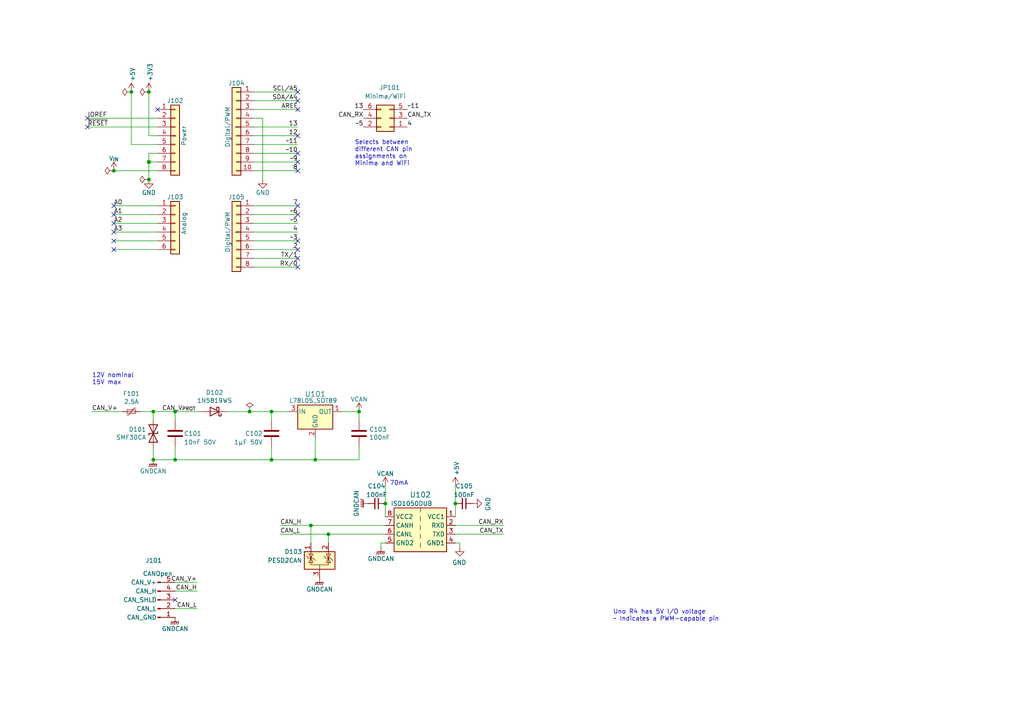
<source format=kicad_sch>
(kicad_sch (version 20230121) (generator eeschema)
  (paper "A4")
  (title_block (date "2023-10-29"))
  (lib_symbols
    (symbol "Connector_Generic:Conn_01x06" (pin_names (offset 1.016) hide)
      (property "Reference" "J" (at 0 7.62 0))
      (property "Value" "Conn_01x06" (at 0 -10.16 0))
      (symbol "Conn_01x06_1_1"
        (rectangle (start -1.27 -7.493) (end 0 -7.747) (stroke (width 0.1524)))
        (rectangle (start -1.27 -4.953) (end 0 -5.207) (stroke (width 0.1524)))
        (rectangle (start -1.27 -2.413) (end 0 -2.667) (stroke (width 0.1524)))
        (rectangle (start -1.27 0.127) (end 0 -0.127) (stroke (width 0.1524)))
        (rectangle (start -1.27 2.667) (end 0 2.413) (stroke (width 0.1524)))
        (rectangle (start -1.27 5.207) (end 0 4.953) (stroke (width 0.1524)))
        (rectangle (start -1.27 6.35) (end 1.27 -8.89) (stroke (width 0.254)) (fill (type background)))
        (pin passive line (at -5.08 5.08 0) (length 3.81) (name "Pin_1") (number "1"))
        (pin passive line (at -5.08 2.54 0) (length 3.81) (name "Pin_2") (number "2"))
        (pin passive line (at -5.08 0 0) (length 3.81) (name "Pin_3") (number "3"))
        (pin passive line (at -5.08 -2.54 0) (length 3.81) (name "Pin_4") (number "4"))
        (pin passive line (at -5.08 -5.08 0) (length 3.81) (name "Pin_5") (number "5"))
        (pin passive line (at -5.08 -7.62 0) (length 3.81) (name "Pin_6") (number "6"))
      )
    )
    (symbol "Connector_Generic:Conn_01x08" (pin_names (offset 1.016) hide)
      (property "Reference" "J" (at 0 10.16 0))
      (property "Value" "Conn_01x08" (at 0 -12.7 0))
      (symbol "Conn_01x08_1_1"
        (rectangle (start -1.27 -10.033) (end 0 -10.287) (stroke (width 0.1524)))
        (rectangle (start -1.27 -7.493) (end 0 -7.747) (stroke (width 0.1524)))
        (rectangle (start -1.27 -4.953) (end 0 -5.207) (stroke (width 0.1524)))
        (rectangle (start -1.27 -2.413) (end 0 -2.667) (stroke (width 0.1524)))
        (rectangle (start -1.27 0.127) (end 0 -0.127) (stroke (width 0.1524)))
        (rectangle (start -1.27 2.667) (end 0 2.413) (stroke (width 0.1524)))
        (rectangle (start -1.27 5.207) (end 0 4.953) (stroke (width 0.1524)))
        (rectangle (start -1.27 7.747) (end 0 7.493) (stroke (width 0.1524)))
        (rectangle (start -1.27 8.89) (end 1.27 -11.43) (stroke (width 0.254)) (fill (type background)))
        (pin passive line (at -5.08 7.62 0) (length 3.81) (name "Pin_1") (number "1"))
        (pin passive line (at -5.08 5.08 0) (length 3.81) (name "Pin_2") (number "2"))
        (pin passive line (at -5.08 2.54 0) (length 3.81) (name "Pin_3") (number "3"))
        (pin passive line (at -5.08 0 0) (length 3.81) (name "Pin_4") (number "4"))
        (pin passive line (at -5.08 -2.54 0) (length 3.81) (name "Pin_5") (number "5"))
        (pin passive line (at -5.08 -5.08 0) (length 3.81) (name "Pin_6") (number "6"))
        (pin passive line (at -5.08 -7.62 0) (length 3.81) (name "Pin_7") (number "7"))
        (pin passive line (at -5.08 -10.16 0) (length 3.81) (name "Pin_8") (number "8"))
      )
    )
    (symbol "Connector_Generic:Conn_01x10" (pin_names (offset 1.016) hide)
      (property "Reference" "J" (at 0 12.7 0))
      (property "Value" "Conn_01x10" (at 0 -15.24 0))
      (symbol "Conn_01x10_1_1"
        (rectangle (start -1.27 -12.573) (end 0 -12.827) (stroke (width 0.1524)))
        (rectangle (start -1.27 -10.033) (end 0 -10.287) (stroke (width 0.1524)))
        (rectangle (start -1.27 -7.493) (end 0 -7.747) (stroke (width 0.1524)))
        (rectangle (start -1.27 -4.953) (end 0 -5.207) (stroke (width 0.1524)))
        (rectangle (start -1.27 -2.413) (end 0 -2.667) (stroke (width 0.1524)))
        (rectangle (start -1.27 0.127) (end 0 -0.127) (stroke (width 0.1524)))
        (rectangle (start -1.27 2.667) (end 0 2.413) (stroke (width 0.1524)))
        (rectangle (start -1.27 5.207) (end 0 4.953) (stroke (width 0.1524)))
        (rectangle (start -1.27 7.747) (end 0 7.493) (stroke (width 0.1524)))
        (rectangle (start -1.27 10.287) (end 0 10.033) (stroke (width 0.1524)))
        (rectangle (start -1.27 11.43) (end 1.27 -13.97) (stroke (width 0.254)) (fill (type background)))
        (pin passive line (at -5.08 10.16 0) (length 3.81) (name "Pin_1") (number "1"))
        (pin passive line (at -5.08 -12.7 0) (length 3.81) (name "Pin_10") (number "10"))
        (pin passive line (at -5.08 7.62 0) (length 3.81) (name "Pin_2") (number "2"))
        (pin passive line (at -5.08 5.08 0) (length 3.81) (name "Pin_3") (number "3"))
        (pin passive line (at -5.08 2.54 0) (length 3.81) (name "Pin_4") (number "4"))
        (pin passive line (at -5.08 0 0) (length 3.81) (name "Pin_5") (number "5"))
        (pin passive line (at -5.08 -2.54 0) (length 3.81) (name "Pin_6") (number "6"))
        (pin passive line (at -5.08 -5.08 0) (length 3.81) (name "Pin_7") (number "7"))
        (pin passive line (at -5.08 -7.62 0) (length 3.81) (name "Pin_8") (number "8"))
        (pin passive line (at -5.08 -10.16 0) (length 3.81) (name "Pin_9") (number "9"))
      )
    )
    (symbol "Connector_Generic:Conn_02x03_Odd_Even" (pin_names (offset 1.016) hide)
      (property "Reference" "J" (at 1.27 5.08 0))
      (property "Value" "Conn_02x03_Odd_Even" (at 1.27 -5.08 0))
      (symbol "Conn_02x03_Odd_Even_1_1"
        (rectangle (start -1.27 -2.413) (end 0 -2.667) (stroke (width 0.1524)))
        (rectangle (start -1.27 0.127) (end 0 -0.127) (stroke (width 0.1524)))
        (rectangle (start -1.27 2.667) (end 0 2.413) (stroke (width 0.1524)))
        (rectangle (start -1.27 3.81) (end 3.81 -3.81) (stroke (width 0.254)) (fill (type background)))
        (rectangle (start 3.81 -2.413) (end 2.54 -2.667) (stroke (width 0.1524)))
        (rectangle (start 3.81 0.127) (end 2.54 -0.127) (stroke (width 0.1524)))
        (rectangle (start 3.81 2.667) (end 2.54 2.413) (stroke (width 0.1524)))
        (pin passive line (at -5.08 2.54 0) (length 3.81) (name "Pin_1") (number "1"))
        (pin passive line (at 7.62 2.54 180) (length 3.81) (name "Pin_2") (number "2"))
        (pin passive line (at -5.08 0 0) (length 3.81) (name "Pin_3") (number "3"))
        (pin passive line (at 7.62 0 180) (length 3.81) (name "Pin_4") (number "4"))
        (pin passive line (at -5.08 -2.54 0) (length 3.81) (name "Pin_5") (number "5"))
        (pin passive line (at 7.62 -2.54 180) (length 3.81) (name "Pin_6") (number "6"))
      )
    )
    (symbol "Device:C" (pin_numbers hide) (pin_names (offset 0.254))
      (property "Reference" "C" (at 0.635 2.54 0))
      (property "Value" "C" (at 0.635 -2.54 0))
      (symbol "C_0_1"
        (polyline (pts (xy -2.032 -0.762) (xy 2.032 -0.762)) (stroke (width 0.508)))
        (polyline (pts (xy -2.032 0.762) (xy 2.032 0.762)) (stroke (width 0.508)))
      )
      (symbol "C_1_1"
        (pin passive line (at 0 3.81 270) (length 2.794) (name "~") (number "1"))
        (pin passive line (at 0 -3.81 90) (length 2.794) (name "~") (number "2"))
      )
    )
    (symbol "Device:C_Small" (pin_numbers hide) (pin_names (offset 0.254) hide)
      (property "Reference" "C" (at 0.254 1.778 0))
      (property "Value" "C_Small" (at 0.254 -2.032 0))
      (symbol "C_Small_0_1"
        (polyline (pts (xy -1.524 -0.508) (xy 1.524 -0.508)) (stroke (width 0.3302)))
        (polyline (pts (xy -1.524 0.508) (xy 1.524 0.508)) (stroke (width 0.3048)))
      )
      (symbol "C_Small_1_1"
        (pin passive line (at 0 2.54 270) (length 2.032) (name "~") (number "1"))
        (pin passive line (at 0 -2.54 90) (length 2.032) (name "~") (number "2"))
      )
    )
    (symbol "Device:D_Schottky" (pin_numbers hide) (pin_names (offset 1.016) hide)
      (property "Reference" "D" (at 0 2.54 0))
      (property "Value" "D_Schottky" (at 0 -2.54 0))
      (symbol "D_Schottky_0_1"
        (polyline (pts (xy 1.27 0) (xy -1.27 0)))
        (polyline (pts (xy 1.27 1.27) (xy 1.27 -1.27) (xy -1.27 0) (xy 1.27 1.27)) (stroke (width 0.254)))
        (polyline (pts (xy -1.905 0.635) (xy -1.905 1.27) (xy -1.27 1.27) (xy -1.27 -1.27) (xy -0.635 -1.27) (xy -0.635 -0.635)) (stroke (width 0.254)))
      )
      (symbol "D_Schottky_1_1"
        (pin passive line (at -3.81 0 0) (length 2.54) (name "K") (number "1"))
        (pin passive line (at 3.81 0 180) (length 2.54) (name "A") (number "2"))
      )
    )
    (symbol "Device:D_TVS" (pin_numbers hide) (pin_names (offset 1.016) hide)
      (property "Reference" "D" (at 0 2.54 0))
      (property "Value" "D_TVS" (at 0 -2.54 0))
      (symbol "D_TVS_0_1"
        (polyline (pts (xy 1.27 0) (xy -1.27 0)))
        (polyline (pts (xy 0.508 1.27) (xy 0 1.27) (xy 0 -1.27) (xy -0.508 -1.27)) (stroke (width 0.254)))
        (polyline (pts (xy -2.54 1.27) (xy -2.54 -1.27) (xy 2.54 1.27) (xy 2.54 -1.27) (xy -2.54 1.27)) (stroke (width 0.254)))
      )
      (symbol "D_TVS_1_1"
        (pin passive line (at -3.81 0 0) (length 2.54) (name "A1") (number "1"))
        (pin passive line (at 3.81 0 180) (length 2.54) (name "A2") (number "2"))
      )
    )
    (symbol "Device:Polyfuse_Small" (pin_numbers hide) (pin_names (offset 0))
      (property "Reference" "F" (at -1.905 0 90))
      (property "Value" "Polyfuse_Small" (at 1.905 0 90))
      (symbol "Polyfuse_Small_0_1"
        (rectangle (start -0.508 1.27) (end 0.508 -1.27))
        (polyline (pts (xy 0 2.54) (xy 0 -2.54)))
        (polyline (pts (xy -1.016 1.27) (xy -1.016 0.762) (xy 1.016 -0.762) (xy 1.016 -1.27)))
      )
      (symbol "Polyfuse_Small_1_1"
        (pin passive line (at 0 2.54 270) (length 0.635) (name "~") (number "1"))
        (pin passive line (at 0 -2.54 90) (length 0.635) (name "~") (number "2"))
      )
    )
    (symbol "EZ_Connector:CANOpen_5Pin_Connector" (pin_names (offset 1.524))
      (property "Reference" "J" (at 0 7.62 0))
      (property "Value" "CANOpen" (at 0 -7.62 0))
      (symbol "CANOpen_5Pin_Connector_1_1"
        (polyline (pts (xy 1.27 -5.08) (xy 0.8636 -5.08)) (stroke (width 0.1524)))
        (polyline (pts (xy 1.27 -2.54) (xy 0.8636 -2.54)) (stroke (width 0.1524)))
        (polyline (pts (xy 1.27 0) (xy 0.8636 0)) (stroke (width 0.1524)))
        (polyline (pts (xy 1.27 2.54) (xy 0.8636 2.54)) (stroke (width 0.1524)))
        (polyline (pts (xy 1.27 5.08) (xy 0.8636 5.08)) (stroke (width 0.1524)))
        (rectangle (start 0.8636 -4.953) (end 0 -5.207) (stroke (width 0.1524)) (fill (type outline)))
        (rectangle (start 0.8636 -2.413) (end 0 -2.667) (stroke (width 0.1524)) (fill (type outline)))
        (rectangle (start 0.8636 0.127) (end 0 -0.127) (stroke (width 0.1524)) (fill (type outline)))
        (rectangle (start 0.8636 2.667) (end 0 2.413) (stroke (width 0.1524)) (fill (type outline)))
        (rectangle (start 0.8636 5.207) (end 0 4.953) (stroke (width 0.1524)) (fill (type outline)))
        (pin power_out line (at 5.08 5.08 180) (length 3.81) (name "CAN_GND") (number "1"))
        (pin bidirectional line (at 5.08 2.54 180) (length 3.81) (name "CAN_L") (number "2"))
        (pin passive line (at 5.08 0 180) (length 3.81) (name "CAN_SHLD") (number "3"))
        (pin bidirectional line (at 5.08 -2.54 180) (length 3.81) (name "CAN_H") (number "4"))
        (pin power_out line (at 5.08 -5.08 180) (length 3.81) (name "CAN_V+") (number "5"))
      )
    )
    (symbol "EZ_Power:GNDCAN" (power) (pin_names (offset 0))
      (property "Value" "GNDCAN" (at 0 -3.302 0))
      (symbol "GNDCAN_0_1"
        (polyline (pts (xy 0 -1.27) (xy 0 0)))
        (polyline (pts (xy -1.016 -1.27) (xy -1.27 -2.032) (xy -1.27 -2.032)) (stroke (width 0.2032)))
        (polyline (pts (xy -0.508 -1.27) (xy -0.762 -2.032) (xy -0.762 -2.032)) (stroke (width 0.2032)))
        (polyline (pts (xy 0 -1.27) (xy -0.254 -2.032) (xy -0.254 -2.032)) (stroke (width 0.2032)))
        (polyline (pts (xy 0.508 -1.27) (xy 0.254 -2.032) (xy 0.254 -2.032)) (stroke (width 0.2032)))
        (polyline (pts (xy 1.016 -1.27) (xy -1.016 -1.27) (xy -1.016 -1.27)) (stroke (width 0.2032)))
        (polyline (pts (xy 1.016 -1.27) (xy 0.762 -2.032) (xy 0.762 -2.032) (xy 0.762 -2.032)) (stroke (width 0.2032)))
      )
      (symbol "GNDCAN_1_1"
        (pin power_in line (at 0 0 270) (length 0) hide (name "GNDCAN") (number "1"))
      )
    )
    (symbol "EZ_Power:VCAN" (power) (pin_names (offset 0))
      (property "Value" "VCAN" (at 0 3.556 0))
      (symbol "VCAN_0_1"
        (polyline (pts (xy -0.762 1.27) (xy 0 2.54)))
        (polyline (pts (xy 0 0) (xy 0 2.54)))
        (polyline (pts (xy 0 2.54) (xy 0.762 1.27)))
      )
      (symbol "VCAN_1_1"
        (pin power_in line (at 0 0 90) (length 0) hide (name "VCAN") (number "1"))
      )
    )
    (symbol "EZ_Power:V_{IN}" (power) (pin_names (offset 0))
      (property "Value" "V_{IN}" (at 0 3.556 0))
      (symbol "V_{IN}_0_1"
        (polyline (pts (xy -0.762 1.27) (xy 0 2.54)))
        (polyline (pts (xy 0 0) (xy 0 2.54)))
        (polyline (pts (xy 0 2.54) (xy 0.762 1.27)))
      )
      (symbol "V_{IN}_1_1"
        (pin power_in line (at 0 0 90) (length 0) hide (name "V_{IN}") (number "1"))
      )
    )
    (symbol "EZ_Power_Protection:ESD2CAN24" (pin_names hide)
      (property "Reference" "D" (at 5.715 2.54 0))
      (property "Value" "ESD2CAN24" (at 5.715 0.635 0))
      (symbol "ESD2CAN24_0_0"
        (pin passive line (at 0 -5.08 90) (length 2.54) (name "A") (number "3"))
      )
      (symbol "ESD2CAN24_0_1"
        (rectangle (start -4.445 2.54) (end 4.445 -2.54) (stroke (width 0.254)) (fill (type background)))
        (polyline (pts (xy -2.54 2.54) (xy -2.54 0.635)))
        (polyline (pts (xy 0 -1.27) (xy 0 -2.54)))
        (polyline (pts (xy 2.54 2.54) (xy 2.54 0.635)))
        (polyline (pts (xy -3.81 1.27) (xy -3.175 0.635) (xy -1.905 0.635) (xy -1.27 0)))
        (polyline (pts (xy -2.54 0.635) (xy -2.54 -1.27) (xy 2.54 -1.27) (xy 2.54 0.635)))
        (polyline (pts (xy -2.54 0.635) (xy -1.905 -0.635) (xy -3.175 -0.635) (xy -2.54 0.635)))
        (polyline (pts (xy 2.54 0.635) (xy 1.905 -0.635) (xy 3.175 -0.635) (xy 2.54 0.635)))
        (polyline (pts (xy 2.54 0.635) (xy 3.175 1.905) (xy 1.905 1.905) (xy 2.54 0.635)))
        (polyline (pts (xy -2.54 0.635) (xy -3.175 1.905) (xy -1.905 1.905) (xy -2.54 0.635) (xy -2.54 1.27)))
        (polyline (pts (xy 1.27 1.27) (xy 1.905 0.635) (xy 2.54 0.635) (xy 3.175 0.635) (xy 3.81 0)))
      )
      (symbol "ESD2CAN24_1_1"
        (pin passive line (at -2.54 5.08 270) (length 2.54) (name "K") (number "1"))
        (pin passive line (at 2.54 5.08 270) (length 2.54) (name "K") (number "2"))
      )
    )
    (symbol "Interface_CAN_LIN:ISO1050DUB"
      (property "Reference" "U" (at -6.35 6.35 0))
      (property "Value" "ISO1050DUB" (at 2.54 6.35 0))
      (symbol "ISO1050DUB_0_1"
        (rectangle (start -7.62 5.08) (end 7.62 -7.62) (stroke (width 0.254)) (fill (type background)))
        (polyline (pts (xy 0 -5.08) (xy 0 -6.35)))
        (polyline (pts (xy 0 -2.54) (xy 0 -3.81)))
        (polyline (pts (xy 0 0) (xy 0 -1.27)))
        (polyline (pts (xy 0 2.54) (xy 0 1.27)))
        (polyline (pts (xy 0 5.08) (xy 0 3.81)))
      )
      (symbol "ISO1050DUB_1_1"
        (pin power_in line (at -10.16 2.54 0) (length 2.54) (name "VCC1") (number "1"))
        (pin output line (at -10.16 0 0) (length 2.54) (name "RXD") (number "2"))
        (pin input line (at -10.16 -2.54 0) (length 2.54) (name "TXD") (number "3"))
        (pin power_in line (at -10.16 -5.08 0) (length 2.54) (name "GND1") (number "4"))
        (pin power_in line (at 10.16 -5.08 180) (length 2.54) (name "GND2") (number "5"))
        (pin bidirectional line (at 10.16 -2.54 180) (length 2.54) (name "CANL") (number "6"))
        (pin bidirectional line (at 10.16 0 180) (length 2.54) (name "CANH") (number "7"))
        (pin power_in line (at 10.16 2.54 180) (length 2.54) (name "VCC2") (number "8"))
      )
    )
    (symbol "Regulator_Linear:L78L05_SOT89" (pin_names (offset 0.254))
      (property "Reference" "U" (at -3.81 3.175 0))
      (property "Value" "L78L05_SOT89" (at -0.635 3.175 0))
      (symbol "L78L05_SOT89_0_1"
        (rectangle (start -5.08 1.905) (end 5.08 -5.08) (stroke (width 0.254)) (fill (type background)))
      )
      (symbol "L78L05_SOT89_1_1"
        (pin power_out line (at 7.62 0 180) (length 2.54) (name "OUT") (number "1"))
        (pin power_in line (at 0 -7.62 90) (length 2.54) (name "GND") (number "2"))
        (pin power_in line (at -7.62 0 0) (length 2.54) (name "IN") (number "3"))
      )
    )
    (symbol "power:+3V3" (power) (pin_names (offset 0))
      (property "Value" "+3V3" (at 0 3.556 0))
      (symbol "+3V3_0_1"
        (polyline (pts (xy -0.762 1.27) (xy 0 2.54)))
        (polyline (pts (xy 0 0) (xy 0 2.54)))
        (polyline (pts (xy 0 2.54) (xy 0.762 1.27)))
      )
      (symbol "+3V3_1_1"
        (pin power_in line (at 0 0 90) (length 0) hide (name "+3V3") (number "1"))
      )
    )
    (symbol "power:+5V" (power) (pin_names (offset 0))
      (property "Value" "+5V" (at 0 3.556 0))
      (symbol "+5V_0_1"
        (polyline (pts (xy -0.762 1.27) (xy 0 2.54)))
        (polyline (pts (xy 0 0) (xy 0 2.54)))
        (polyline (pts (xy 0 2.54) (xy 0.762 1.27)))
      )
      (symbol "+5V_1_1"
        (pin power_in line (at 0 0 90) (length 0) hide (name "+5V") (number "1"))
      )
    )
    (symbol "power:GND" (power) (pin_names (offset 0))
      (property "Value" "GND" (at 0 -3.81 0))
      (symbol "GND_0_1"
        (polyline (pts (xy 0 0) (xy 0 -1.27) (xy 1.27 -1.27) (xy 0 -2.54) (xy -1.27 -1.27) (xy 0 -1.27)))
      )
      (symbol "GND_1_1"
        (pin power_in line (at 0 0 270) (length 0) hide (name "GND") (number "1"))
      )
    )
    (symbol "power:PWR_FLAG" (power) (pin_numbers hide) (pin_names (offset 0) hide)
      (property "Value" "PWR_FLAG" (at 0 3.81 0))
      (symbol "PWR_FLAG_0_0"
        (pin power_out line (at 0 0 90) (length 0) (name "pwr") (number "1"))
      )
      (symbol "PWR_FLAG_0_1"
        (polyline (pts (xy 0 0) (xy 0 1.27) (xy -1.016 1.905) (xy 0 2.54) (xy 1.016 1.905) (xy 0 1.27)))
      )
    )
  )
  (junction (at 44.45 119.38))
  (junction (at 95.25 154.94))
  (junction (at 43.18 46.99) (diameter 1.016))
  (junction (at 91.44 133.35))
  (junction (at 38.1 26.67))
  (junction (at 50.8 133.35))
  (junction (at 78.74 119.38))
  (junction (at 78.74 133.35))
  (junction (at 43.18 52.07))
  (junction (at 43.18 26.67))
  (junction (at 111.76 146.05))
  (junction (at 33.02 49.53))
  (junction (at 132.08 146.05))
  (junction (at 104.14 119.38))
  (junction (at 50.8 119.38))
  (junction (at 90.17 152.4))
  (junction (at 44.45 133.35))
  (junction (at 72.39 119.38))
  (no_connect (at 86.36 69.85))
  (no_connect (at 25.4 34.29))
  (no_connect (at 25.4 36.83))
  (no_connect (at 86.36 74.93))
  (no_connect (at 33.02 72.39))
  (no_connect (at 50.8 173.99))
  (no_connect (at 86.36 39.37))
  (no_connect (at 86.36 62.23))
  (no_connect (at 86.36 46.99))
  (no_connect (at 86.36 26.67))
  (no_connect (at 86.36 77.47))
  (no_connect (at 86.36 59.69))
  (no_connect (at 86.36 44.45))
  (no_connect (at 33.02 64.77))
  (no_connect (at 33.02 62.23))
  (no_connect (at 33.02 59.69))
  (no_connect (at 86.36 49.53))
  (no_connect (at 86.36 31.75))
  (no_connect (at 33.02 67.31))
  (no_connect (at 86.36 29.21))
  (no_connect (at 86.36 72.39))
  (no_connect (at 33.02 69.85))
  (no_connect (at 45.72 31.75))
  (wire (pts (xy 91.44 133.35) (xy 104.14 133.35)))
  (wire (pts (xy 73.66 77.47) (xy 86.36 77.47)))
  (wire (pts (xy 78.74 121.92) (xy 78.74 119.38)))
  (wire (pts (xy 44.45 133.35) (xy 50.8 133.35)))
  (wire (pts (xy 91.44 133.35) (xy 91.44 127)))
  (wire (pts (xy 73.66 44.45) (xy 86.36 44.45)))
  (wire (pts (xy 73.66 26.67) (xy 86.36 26.67)))
  (wire (pts (xy 43.18 44.45) (xy 43.18 46.99)))
  (wire (pts (xy 50.8 171.45) (xy 57.15 171.45)))
  (wire (pts (xy 33.02 72.39) (xy 45.72 72.39)))
  (wire (pts (xy 72.39 119.38) (xy 78.74 119.38)))
  (wire (pts (xy 132.08 140.97) (xy 132.08 146.05)))
  (wire (pts (xy 40.64 119.38) (xy 44.45 119.38)))
  (wire (pts (xy 99.06 119.38) (xy 104.14 119.38)))
  (wire (pts (xy 44.45 119.38) (xy 44.45 121.92)))
  (wire (pts (xy 50.8 121.92) (xy 50.8 119.38)))
  (wire (pts (xy 43.18 46.99) (xy 43.18 52.07)))
  (wire (pts (xy 43.18 39.37) (xy 45.72 39.37)))
  (wire (pts (xy 38.1 41.91) (xy 45.72 41.91)))
  (wire (pts (xy 38.1 26.67) (xy 38.1 41.91)))
  (wire (pts (xy 95.25 154.94) (xy 111.76 154.94)))
  (wire (pts (xy 73.66 36.83) (xy 86.36 36.83)))
  (wire (pts (xy 111.76 146.05) (xy 111.76 149.86)))
  (wire (pts (xy 43.18 26.67) (xy 43.18 39.37)))
  (wire (pts (xy 73.66 59.69) (xy 86.36 59.69)))
  (wire (pts (xy 45.72 59.69) (xy 33.02 59.69)))
  (wire (pts (xy 73.66 39.37) (xy 86.36 39.37)))
  (wire (pts (xy 73.66 62.23) (xy 86.36 62.23)))
  (wire (pts (xy 90.17 152.4) (xy 90.17 157.48)))
  (wire (pts (xy 25.4 36.83) (xy 45.72 36.83)))
  (wire (pts (xy 73.66 46.99) (xy 86.36 46.99)))
  (wire (pts (xy 104.14 133.35) (xy 104.14 129.54)))
  (wire (pts (xy 73.66 67.31) (xy 86.36 67.31)))
  (wire (pts (xy 111.76 140.97) (xy 111.76 146.05)))
  (wire (pts (xy 81.28 154.94) (xy 95.25 154.94)))
  (wire (pts (xy 25.4 34.29) (xy 45.72 34.29)))
  (wire (pts (xy 44.45 129.54) (xy 44.45 133.35)))
  (wire (pts (xy 78.74 133.35) (xy 91.44 133.35)))
  (wire (pts (xy 81.28 152.4) (xy 90.17 152.4)))
  (wire (pts (xy 76.2 34.29) (xy 76.2 52.07)))
  (wire (pts (xy 73.66 31.75) (xy 86.36 31.75)))
  (wire (pts (xy 90.17 152.4) (xy 111.76 152.4)))
  (wire (pts (xy 132.08 157.48) (xy 133.35 157.48)))
  (wire (pts (xy 45.72 64.77) (xy 33.02 64.77)))
  (wire (pts (xy 133.35 157.48) (xy 133.35 158.75)))
  (wire (pts (xy 45.72 46.99) (xy 43.18 46.99)))
  (wire (pts (xy 132.08 146.05) (xy 132.08 149.86)))
  (wire (pts (xy 66.04 119.38) (xy 72.39 119.38)))
  (wire (pts (xy 104.14 119.38) (xy 104.14 121.92)))
  (wire (pts (xy 45.72 49.53) (xy 33.02 49.53)))
  (wire (pts (xy 44.45 119.38) (xy 50.8 119.38)))
  (wire (pts (xy 33.02 62.23) (xy 45.72 62.23)))
  (wire (pts (xy 50.8 133.35) (xy 78.74 133.35)))
  (wire (pts (xy 95.25 154.94) (xy 95.25 157.48)))
  (wire (pts (xy 73.66 34.29) (xy 76.2 34.29)))
  (wire (pts (xy 45.72 44.45) (xy 43.18 44.45)))
  (wire (pts (xy 146.05 152.4) (xy 132.08 152.4)))
  (wire (pts (xy 73.66 41.91) (xy 86.36 41.91)))
  (wire (pts (xy 73.66 64.77) (xy 86.36 64.77)))
  (wire (pts (xy 50.8 119.38) (xy 58.42 119.38)))
  (wire (pts (xy 33.02 67.31) (xy 45.72 67.31)))
  (wire (pts (xy 110.49 157.48) (xy 111.76 157.48)))
  (wire (pts (xy 50.8 168.91) (xy 57.15 168.91)))
  (wire (pts (xy 50.8 129.54) (xy 50.8 133.35)))
  (wire (pts (xy 146.05 154.94) (xy 132.08 154.94)))
  (wire (pts (xy 78.74 119.38) (xy 83.82 119.38)))
  (wire (pts (xy 78.74 129.54) (xy 78.74 133.35)))
  (wire (pts (xy 73.66 29.21) (xy 86.36 29.21)))
  (wire (pts (xy 110.49 157.48) (xy 110.49 158.75)))
  (wire (pts (xy 73.66 72.39) (xy 86.36 72.39)))
  (wire (pts (xy 73.66 69.85) (xy 86.36 69.85)))
  (wire (pts (xy 26.67 119.38) (xy 35.56 119.38)))
  (wire (pts (xy 73.66 74.93) (xy 86.36 74.93)))
  (wire (pts (xy 45.72 69.85) (xy 33.02 69.85)))
  (wire (pts (xy 50.8 176.53) (xy 57.15 176.53)))
  (wire (pts (xy 73.66 49.53) (xy 86.36 49.53)))
  (text "70mA" (at 113.03 140.97 0) (effects (font (size 1.27 1.27)) (justify left bottom)))
  (text "Selects between\ndifferent CAN pin\nassignments on\nMinima and WiFi" (at 102.87 48.26 0) (effects (font (size 1.27 1.27)) (justify left bottom)))
  (text "12V nominal\n15V max" (at 26.67 111.76 0) (effects (font (size 1.27 1.27)) (justify left bottom)))
  (text "Uno R4 has 5V I/O voltage\n~ Indicates a PWM-capable pin" (at 177.8 180.34 0) (effects (font (size 1.27 1.27)) (justify left bottom)))
  (label "RX{slash}0" (at 86.36 77.47 180))
  (label "CAN_TX" (at 118.11 34.29 0))
  (label "A2" (at 33.02 64.77 0))
  (label "4" (at 86.36 67.31 180))
  (label "13" (at 105.41 31.75 180))
  (label "2" (at 86.36 72.39 180))
  (label "A3" (at 33.02 67.31 0))
  (label "12" (at 86.36 39.37 180))
  (label "~{RESET}" (at 25.4 36.83 0))
  (label "CAN_V_{PROT}" (at 46.99 119.38 0))
  (label "CAN_TX" (at 146.05 154.94 180))
  (label "CAN_RX" (at 105.41 34.29 180))
  (label "7" (at 86.36 59.69 180))
  (label "SDA{slash}A4" (at 86.36 29.21 180))
  (label "8" (at 86.36 49.53 180))
  (label "~11" (at 86.36 41.91 180))
  (label "~3" (at 86.36 69.85 180))
  (label "~5" (at 105.41 36.83 180))
  (label "CAN_H" (at 81.28 152.4 0))
  (label "A1" (at 33.02 62.23 0))
  (label "TX{slash}1" (at 86.36 74.93 180))
  (label "~11" (at 118.11 31.75 0))
  (label "A0" (at 33.02 59.69 0))
  (label "CAN_L" (at 81.28 154.94 0))
  (label "~10" (at 86.36 44.45 180))
  (label "AREF" (at 86.36 31.75 180))
  (label "CAN_L" (at 57.15 176.53 180))
  (label "~6" (at 86.36 62.23 180))
  (label "SCL{slash}A5" (at 86.36 26.67 180))
  (label "~9" (at 86.36 46.99 180))
  (label "~5" (at 86.36 64.77 180))
  (label "CAN_V+" (at 57.15 168.91 180))
  (label "IOREF" (at 25.4 34.29 0))
  (label "CAN_V+" (at 26.67 119.38 0))
  (label "CAN_RX" (at 146.05 152.4 180))
  (label "CAN_H" (at 57.15 171.45 180))
  (label "4" (at 118.11 36.83 0))
  (label "13" (at 86.36 36.83 180))
  (symbol (lib_id "Connector_Generic:Conn_01x08") (at 50.8 39.37 0) (unit 1)
    (property "Reference" "J102" (at 50.8 29.21 0))
    (property "Value" "Power" (at 53.34 39.37 90))
    (property "Footprint" "Connector_PinSocket_2.54mm:PinSocket_1x08_P2.54mm_Vertical" (effects hide))
    (property "Datasheet" "~" (at 50.8 39.37 0))
  )
  (symbol (lib_id "power:+3V3") (at 43.18 26.67 0) (unit 1)
    (property "Reference" "#PWR0103" (effects hide))
    (property "Value" "+3.3V" (at 43.561 23.622 90) (effects (justify left)))
  )
  (symbol (lib_id "power:+5V") (at 38.1 26.67 0) (unit 1)
    (property "Reference" "#PWR0102" (effects hide))
    (property "Value" "+5V" (at 38.4556 23.622 90) (effects (justify left)))
  )
  (symbol (lib_id "power:GND") (at 43.18 52.07 0) (unit 1)
    (property "Reference" "#PWR0104" (effects hide))
    (property "Value" "GND" (at 43.18 55.88 0))
  )
  (symbol (lib_id "Connector_Generic:Conn_01x10") (at 68.58 36.83 0) (mirror y) (unit 1)
    (property "Reference" "J104" (at 68.58 24.13 0))
    (property "Value" "Digital/PWM" (at 66.04 36.83 90))
    (property "Footprint" "Connector_PinSocket_2.54mm:PinSocket_1x10_P2.54mm_Vertical" (effects hide))
    (property "Datasheet" "~" (at 68.58 36.83 0))
  )
  (symbol (lib_id "power:GND") (at 76.2 52.07 0) (unit 1)
    (property "Reference" "#PWR0107" (effects hide))
    (property "Value" "GND" (at 76.2 55.88 0))
  )
  (symbol (lib_id "Connector_Generic:Conn_01x06") (at 50.8 64.77 0) (unit 1)
    (property "Reference" "J103" (at 50.8 57.15 0))
    (property "Value" "Analog" (at 53.34 64.77 90))
    (property "Footprint" "Connector_PinSocket_2.54mm:PinSocket_1x06_P2.54mm_Vertical" (effects hide))
  )
  (symbol (lib_id "Connector_Generic:Conn_01x08") (at 68.58 67.31 0) (mirror y) (unit 1)
    (property "Reference" "J105" (at 68.58 57.15 0))
    (property "Value" "Digital/PWM" (at 66.04 67.31 90))
    (property "Footprint" "Connector_PinSocket_2.54mm:PinSocket_1x08_P2.54mm_Vertical" (effects hide))
    (property "Datasheet" "~" (at 68.58 67.31 0))
  )
  (symbol (lib_id "EZ_Power:VCAN") (at 111.76 140.97 0) (unit 1)
    (property "Reference" "#PWR0112" (effects hide))
    (property "Value" "VCAN" (at 111.76 137.414 0))
  )
  (symbol (lib_id "power:PWR_FLAG") (at 43.18 52.07 90) (unit 1)
    (property "Reference" "#FLG0104" (effects hide))
    (property "Value" "PWR_FLAG" (effects hide))
  )
  (symbol (lib_id "Device:Polyfuse_Small") (at 38.1 119.38 270) (unit 1)
    (property "Reference" "F101" (at 38.1 114.173 90))
    (property "Value" "2.5A" (at 38.1 116.4844 90))
    (property "Footprint" "Fuse:Fuse_0805_2012Metric" (effects hide))
    (property "Manufacturer" "RUILON" (effects hide))
    (property "MPN" "SMD0805P125TF" (effects hide))
    (property "LCSC" "C20795" (effects hide))
  )
  (symbol (lib_id "EZ_Power:GNDCAN") (at 92.71 167.64 0) (unit 1)
    (property "Reference" "#PWR0108" (effects hide))
    (property "Value" "GNDCAN" (at 92.71 170.942 0))
  )
  (symbol (lib_id "Device:C_Small") (at 109.22 146.05 270) (unit 1)
    (property "Reference" "C104" (at 109.22 140.97 90))
    (property "Value" "100nF" (at 109.22 143.51 90))
    (property "Footprint" "Capacitor_SMD:C_0603_1608Metric" (effects hide))
    (property "MPN" "CC0603KRX7R9BB104" (effects hide))
    (property "Manufacturer" "Yageo" (effects hide))
    (property "LCSC" "C14663" (effects hide))
  )
  (symbol (lib_id "EZ_Power:VCAN") (at 104.14 119.38 0) (unit 1)
    (property "Reference" "#PWR0109" (effects hide))
    (property "Value" "VCAN" (at 104.14 115.824 0))
  )
  (symbol (lib_id "power:PWR_FLAG") (at 33.02 49.53 90) (unit 1)
    (property "Reference" "#FLG0101" (effects hide))
    (property "Value" "PWR_FLAG" (effects hide))
  )
  (symbol (lib_id "Device:C") (at 104.14 125.73 0) (unit 1)
    (property "Reference" "C103" (at 107.061 124.5616 0) (effects (justify left)))
    (property "Value" "100nF" (at 107.061 126.873 0) (effects (justify left)))
    (property "Footprint" "Capacitor_SMD:C_0603_1608Metric" (effects hide))
    (property "MPN" "CC0603KRX7R9BB104" (effects hide))
    (property "Manufacturer" "Yageo" (effects hide))
    (property "LCSC" "C14663" (effects hide))
  )
  (symbol (lib_id "EZ_Power_Protection:ESD2CAN24") (at 92.71 162.56 0) (unit 1)
    (property "Reference" "D103" (at 87.63 160.02 0) (effects (justify right)))
    (property "Value" "PESD2CAN" (at 87.63 162.56 0) (effects (justify right)))
    (property "Footprint" "Package_TO_SOT_SMD:SOT-23" (effects hide))
    (property "MPN" "PESD2CAN" (effects hide))
    (property "Manufacturer" "DOWO" (effects hide))
    (property "LCSC" "C284078" (effects hide))
  )
  (symbol (lib_id "power:PWR_FLAG") (at 43.18 26.67 90) (unit 1)
    (property "Reference" "#FLG0103" (effects hide))
    (property "Value" "PWR_FLAG" (effects hide))
  )
  (symbol (lib_id "EZ_Connector:CANOpen_5Pin_Connector") (at 45.72 173.99 0) (mirror x) (unit 1)
    (property "Reference" "J101" (at 46.99 162.56 0) (effects (justify right)))
    (property "Value" "CANOpen" (at 45.72 166.37 0))
    (property "Footprint" "TerminalBlock_Phoenix:TerminalBlock_Phoenix_MPT-0,5-5-2.54_1x05_P2.54mm_Horizontal" (effects hide))
    (property "LCSC" "C918122" (effects hide))
    (property "MPN" "DB125-2.54-4P-GN-S" (effects hide))
    (property "Manufacturer" "DIBO" (effects hide))
  )
  (symbol (lib_id "Device:C") (at 78.74 125.73 0) (unit 1)
    (property "Reference" "C102" (at 76.2 125.73 0) (effects (justify right)))
    (property "Value" "1µF 50V" (at 76.2 128.27 0) (effects (justify right)))
    (property "Footprint" "Capacitor_SMD:C_1206_3216Metric" (effects hide))
    (property "MPN" "CL31B105KBHNNNE" (effects hide))
    (property "Manufacturer" "Samsung" (effects hide))
    (property "LCSC" "C1848" (effects hide))
  )
  (symbol (lib_id "Device:C_Small") (at 134.62 146.05 270) (unit 1)
    (property "Reference" "C105" (at 134.62 140.97 90))
    (property "Value" "100nF" (at 134.62 143.51 90))
    (property "Footprint" "Capacitor_SMD:C_0603_1608Metric" (effects hide))
    (property "MPN" "CC0603KRX7R9BB104" (effects hide))
    (property "Manufacturer" "Yageo" (effects hide))
    (property "LCSC" "C14663" (effects hide))
  )
  (symbol (lib_id "EZ_Power:V_{IN}") (at 33.02 49.53 0) (unit 1)
    (property "Reference" "#PWR0101" (effects hide))
    (property "Value" "V_{IN}" (at 33.02 45.974 0))
  )
  (symbol (lib_id "EZ_Power:GNDCAN") (at 110.49 158.75 0) (unit 1)
    (property "Reference" "#PWR0111" (effects hide))
    (property "Value" "GNDCAN" (at 110.49 162.052 0))
  )
  (symbol (lib_id "Device:D_Schottky") (at 62.23 119.38 180) (unit 1)
    (property "Reference" "D102" (at 62.23 113.8682 0))
    (property "Value" "1N5819WS" (at 62.23 116.1796 0))
    (property "Footprint" "Diode_SMD:D_SOD-323F" (effects hide))
    (property "MPN" "1N5819WS" (effects hide))
    (property "Manufacturer" "Guangdong Hottech" (effects hide))
    (property "LCSC" "C191023" (effects hide))
  )
  (symbol (lib_id "Interface_CAN_LIN:ISO1050DUB") (at 121.92 152.4 0) (mirror y) (unit 1)
    (property "Reference" "U102" (at 121.92 143.51 0) (effects (font (size 1.524 1.524))))
    (property "Value" "ISO1050DUB" (at 119.38 146.05 0))
    (property "Footprint" "Package_SO:SOP-8_6.62x9.15mm_P2.54mm" (effects hide))
    (property "Datasheet" "http://www.ti.com/lit/ds/symlink/iso1050.pdf" (effects hide))
    (property "MPN" "ISO1050DUBR" (effects hide))
    (property "Manufacturer" "Ti" (effects hide))
    (property "LCSC" "C16428" (effects hide))
  )
  (symbol (lib_id "Connector_Generic:Conn_02x03_Odd_Even") (at 113.03 34.29 180) (unit 1)
    (property "Reference" "JP101" (at 113.03 25.4 0))
    (property "Value" "Minima/WiFi" (at 111.76 27.94 0))
    (property "Footprint" "Connector_PinHeader_2.54mm:PinHeader_2x03_P2.54mm_Vertical" (effects hide))
    (property "LCSC" "C2685197" (effects hide))
    (property "MPN" "PH-01291" (effects hide))
    (property "Manufacturer" "Liansheng" (effects hide))
  )
  (symbol (lib_id "EZ_Power:GNDCAN") (at 50.8 179.07 0) (unit 1)
    (property "Reference" "#PWR0106" (effects hide))
    (property "Value" "GNDCAN" (at 50.8 182.372 0))
  )
  (symbol (lib_id "Regulator_Linear:L78L05_SOT89") (at 91.44 119.38 0) (unit 1)
    (property "Reference" "U101" (at 91.44 114.3 0) (effects (font (size 1.524 1.524))))
    (property "Value" "L78L05_SOT89" (at 90.805 116.205 0))
    (property "Footprint" "Package_TO_SOT_SMD:SOT-89-3" (effects hide))
    (property "MPN" "78L05G-AB3-R" (effects hide))
    (property "Manufacturer" "Unisonic" (effects hide))
    (property "LCSC" "C71136" (effects hide))
  )
  (symbol (lib_id "EZ_Power:GNDCAN") (at 44.45 133.35 0) (unit 1)
    (property "Reference" "#PWR0105" (effects hide))
    (property "Value" "GNDCAN" (at 44.45 136.652 0))
  )
  (symbol (lib_id "power:+5V") (at 132.08 140.97 0) (unit 1)
    (property "Reference" "#PWR0113" (effects hide))
    (property "Value" "+5V" (at 132.4356 137.922 90) (effects (justify left)))
  )
  (symbol (lib_id "Device:C") (at 50.8 125.73 0) (unit 1)
    (property "Reference" "C101" (at 53.34 125.73 0) (effects (justify left)))
    (property "Value" "10nF 50V" (at 53.34 128.27 0) (effects (justify left)))
    (property "Footprint" "Capacitor_SMD:C_0603_1608Metric" (effects hide))
    (property "MPN" "0603B103K500NT" (effects hide))
    (property "Manufacturer" "FH" (effects hide))
    (property "LCSC" "C57112" (effects hide))
  )
  (symbol (lib_id "power:PWR_FLAG") (at 38.1 26.67 90) (unit 1)
    (property "Reference" "#FLG0102" (effects hide))
    (property "Value" "PWR_FLAG" (effects hide))
  )
  (symbol (lib_id "EZ_Power:GNDCAN") (at 106.68 146.05 270) (unit 1)
    (property "Reference" "#PWR0110" (effects hide))
    (property "Value" "GNDCAN" (at 103.378 146.05 0))
  )
  (symbol (lib_id "power:PWR_FLAG") (at 72.39 119.38 0) (unit 1)
    (property "Reference" "#FLG0105" (effects hide))
    (property "Value" "PWR_FLAG" (effects hide))
  )
  (symbol (lib_id "power:GND") (at 133.35 158.75 0) (mirror y) (unit 1)
    (property "Reference" "#PWR0114" (effects hide))
    (property "Value" "GND" (at 133.223 163.1442 0))
  )
  (symbol (lib_id "Device:D_TVS") (at 44.45 125.73 90) (mirror x) (unit 1)
    (property "Reference" "D101" (at 42.418 124.5616 90) (effects (justify left)))
    (property "Value" "SMF30CA" (at 42.418 126.873 90) (effects (justify left)))
    (property "Footprint" "Diode_SMD:D_SOD-123F" (effects hide))
    (property "Manufacturer" "Liown" (effects hide))
    (property "MPN" "SMF30CA" (effects hide))
    (property "LCSC" "C2990493" (effects hide))
  )
  (symbol (lib_id "power:GND") (at 137.16 146.05 90) (mirror x) (unit 1)
    (property "Reference" "#PWR0115" (effects hide))
    (property "Value" "GND" (at 141.5542 146.177 0))
  )
)
</source>
